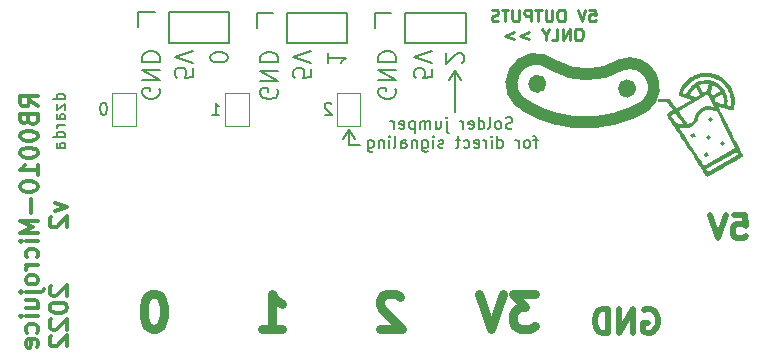
<source format=gbo>
G04 #@! TF.GenerationSoftware,KiCad,Pcbnew,(6.0.5)*
G04 #@! TF.CreationDate,2022-06-23T18:32:15+02:00*
G04 #@! TF.ProjectId,microjuice,6d696372-6f6a-4756-9963-652e6b696361,rev?*
G04 #@! TF.SameCoordinates,Original*
G04 #@! TF.FileFunction,Legend,Bot*
G04 #@! TF.FilePolarity,Positive*
%FSLAX46Y46*%
G04 Gerber Fmt 4.6, Leading zero omitted, Abs format (unit mm)*
G04 Created by KiCad (PCBNEW (6.0.5)) date 2022-06-23 18:32:15*
%MOMM*%
%LPD*%
G01*
G04 APERTURE LIST*
%ADD10C,0.800000*%
%ADD11C,0.150000*%
%ADD12C,1.000000*%
%ADD13C,0.300000*%
%ADD14C,0.200000*%
%ADD15C,0.750000*%
%ADD16C,0.250000*%
%ADD17C,0.500000*%
%ADD18C,0.120000*%
G04 APERTURE END LIST*
D10*
X134871960Y-107329197D02*
G75*
G03*
X134871960Y-107329197I-400000J0D01*
G01*
D11*
X118500000Y-111250000D02*
X118000000Y-112000000D01*
D12*
X135671952Y-105679207D02*
G75*
G03*
X133671960Y-109279197I-1305892J-1630053D01*
G01*
D11*
X120700000Y-101300000D02*
X120700000Y-102600000D01*
X100700000Y-101250000D02*
X100700000Y-102550000D01*
X118500000Y-112500000D02*
X118500000Y-111250000D01*
X108400000Y-103850000D02*
X103300000Y-103850000D01*
X113300000Y-101300000D02*
X113300000Y-103900000D01*
D10*
X142471960Y-107729197D02*
G75*
G03*
X142471960Y-107729197I-400000J0D01*
G01*
D12*
X143572018Y-109229269D02*
G75*
G03*
X141571960Y-105729197I-1283118J1588269D01*
G01*
D11*
X103300000Y-101250000D02*
X103300000Y-103850000D01*
X128400000Y-101300000D02*
X123300000Y-101300000D01*
X127500000Y-106250000D02*
X127000000Y-107000000D01*
X108400000Y-101250000D02*
X108400000Y-103850000D01*
D12*
X135871961Y-105779196D02*
G75*
G03*
X141571960Y-105729197I2808339J4774396D01*
G01*
D11*
X122100000Y-101300000D02*
X120700000Y-101300000D01*
X118400000Y-103900000D02*
X113300000Y-103900000D01*
X123300000Y-101300000D02*
X123300000Y-103900000D01*
X128400000Y-103900000D02*
X123300000Y-103900000D01*
X127500000Y-109750000D02*
X127500000Y-106250000D01*
X102100000Y-101250000D02*
X100700000Y-101250000D01*
X119500000Y-112500000D02*
X118500000Y-112500000D01*
X118400000Y-101300000D02*
X113300000Y-101300000D01*
D12*
X133571936Y-109279239D02*
G75*
G03*
X143571960Y-109229197I4957264J8567439D01*
G01*
D11*
X108400000Y-101250000D02*
X103300000Y-101250000D01*
X118400000Y-101300000D02*
X118400000Y-103900000D01*
X110700000Y-101300000D02*
X110700000Y-102600000D01*
X128400000Y-101300000D02*
X128400000Y-103900000D01*
X112100000Y-101300000D02*
X110700000Y-101300000D01*
X127500000Y-106250000D02*
X128000000Y-107000000D01*
X118500000Y-111250000D02*
X119000000Y-112000000D01*
D13*
X93321428Y-124428571D02*
X93250000Y-124500000D01*
X93178571Y-124642857D01*
X93178571Y-125000000D01*
X93250000Y-125142857D01*
X93321428Y-125214285D01*
X93464285Y-125285714D01*
X93607142Y-125285714D01*
X93821428Y-125214285D01*
X94678571Y-124357142D01*
X94678571Y-125285714D01*
X93178571Y-126214285D02*
X93178571Y-126357142D01*
X93250000Y-126500000D01*
X93321428Y-126571428D01*
X93464285Y-126642857D01*
X93750000Y-126714285D01*
X94107142Y-126714285D01*
X94392857Y-126642857D01*
X94535714Y-126571428D01*
X94607142Y-126500000D01*
X94678571Y-126357142D01*
X94678571Y-126214285D01*
X94607142Y-126071428D01*
X94535714Y-126000000D01*
X94392857Y-125928571D01*
X94107142Y-125857142D01*
X93750000Y-125857142D01*
X93464285Y-125928571D01*
X93321428Y-126000000D01*
X93250000Y-126071428D01*
X93178571Y-126214285D01*
X93321428Y-127285714D02*
X93250000Y-127357142D01*
X93178571Y-127500000D01*
X93178571Y-127857142D01*
X93250000Y-128000000D01*
X93321428Y-128071428D01*
X93464285Y-128142857D01*
X93607142Y-128142857D01*
X93821428Y-128071428D01*
X94678571Y-127214285D01*
X94678571Y-128142857D01*
X93321428Y-128714285D02*
X93250000Y-128785714D01*
X93178571Y-128928571D01*
X93178571Y-129285714D01*
X93250000Y-129428571D01*
X93321428Y-129500000D01*
X93464285Y-129571428D01*
X93607142Y-129571428D01*
X93821428Y-129500000D01*
X94678571Y-128642857D01*
X94678571Y-129571428D01*
D14*
X122450000Y-107742857D02*
X122521428Y-107885714D01*
X122521428Y-108100000D01*
X122450000Y-108314285D01*
X122307142Y-108457142D01*
X122164285Y-108528571D01*
X121878571Y-108600000D01*
X121664285Y-108600000D01*
X121378571Y-108528571D01*
X121235714Y-108457142D01*
X121092857Y-108314285D01*
X121021428Y-108100000D01*
X121021428Y-107957142D01*
X121092857Y-107742857D01*
X121164285Y-107671428D01*
X121664285Y-107671428D01*
X121664285Y-107957142D01*
X121021428Y-107028571D02*
X122521428Y-107028571D01*
X121021428Y-106171428D01*
X122521428Y-106171428D01*
X121021428Y-105457142D02*
X122521428Y-105457142D01*
X122521428Y-105100000D01*
X122450000Y-104885714D01*
X122307142Y-104742857D01*
X122164285Y-104671428D01*
X121878571Y-104600000D01*
X121664285Y-104600000D01*
X121378571Y-104671428D01*
X121235714Y-104742857D01*
X121092857Y-104885714D01*
X121021428Y-105100000D01*
X121021428Y-105457142D01*
D15*
X122857142Y-125392857D02*
X122714285Y-125250000D01*
X122428571Y-125107142D01*
X121714285Y-125107142D01*
X121428571Y-125250000D01*
X121285714Y-125392857D01*
X121142857Y-125678571D01*
X121142857Y-125964285D01*
X121285714Y-126392857D01*
X123000000Y-128107142D01*
X121142857Y-128107142D01*
D16*
X138880952Y-101047380D02*
X139357142Y-101047380D01*
X139404761Y-101523571D01*
X139357142Y-101475952D01*
X139261904Y-101428333D01*
X139023809Y-101428333D01*
X138928571Y-101475952D01*
X138880952Y-101523571D01*
X138833333Y-101618809D01*
X138833333Y-101856904D01*
X138880952Y-101952142D01*
X138928571Y-101999761D01*
X139023809Y-102047380D01*
X139261904Y-102047380D01*
X139357142Y-101999761D01*
X139404761Y-101952142D01*
X138547619Y-101047380D02*
X138214285Y-102047380D01*
X137880952Y-101047380D01*
X136595238Y-101047380D02*
X136404761Y-101047380D01*
X136309523Y-101095000D01*
X136214285Y-101190238D01*
X136166666Y-101380714D01*
X136166666Y-101714047D01*
X136214285Y-101904523D01*
X136309523Y-101999761D01*
X136404761Y-102047380D01*
X136595238Y-102047380D01*
X136690476Y-101999761D01*
X136785714Y-101904523D01*
X136833333Y-101714047D01*
X136833333Y-101380714D01*
X136785714Y-101190238D01*
X136690476Y-101095000D01*
X136595238Y-101047380D01*
X135738095Y-101047380D02*
X135738095Y-101856904D01*
X135690476Y-101952142D01*
X135642857Y-101999761D01*
X135547619Y-102047380D01*
X135357142Y-102047380D01*
X135261904Y-101999761D01*
X135214285Y-101952142D01*
X135166666Y-101856904D01*
X135166666Y-101047380D01*
X134833333Y-101047380D02*
X134261904Y-101047380D01*
X134547619Y-102047380D02*
X134547619Y-101047380D01*
X133928571Y-102047380D02*
X133928571Y-101047380D01*
X133547619Y-101047380D01*
X133452380Y-101095000D01*
X133404761Y-101142619D01*
X133357142Y-101237857D01*
X133357142Y-101380714D01*
X133404761Y-101475952D01*
X133452380Y-101523571D01*
X133547619Y-101571190D01*
X133928571Y-101571190D01*
X132928571Y-101047380D02*
X132928571Y-101856904D01*
X132880952Y-101952142D01*
X132833333Y-101999761D01*
X132738095Y-102047380D01*
X132547619Y-102047380D01*
X132452380Y-101999761D01*
X132404761Y-101952142D01*
X132357142Y-101856904D01*
X132357142Y-101047380D01*
X132023809Y-101047380D02*
X131452380Y-101047380D01*
X131738095Y-102047380D02*
X131738095Y-101047380D01*
X131166666Y-101999761D02*
X131023809Y-102047380D01*
X130785714Y-102047380D01*
X130690476Y-101999761D01*
X130642857Y-101952142D01*
X130595238Y-101856904D01*
X130595238Y-101761666D01*
X130642857Y-101666428D01*
X130690476Y-101618809D01*
X130785714Y-101571190D01*
X130976190Y-101523571D01*
X131071428Y-101475952D01*
X131119047Y-101428333D01*
X131166666Y-101333095D01*
X131166666Y-101237857D01*
X131119047Y-101142619D01*
X131071428Y-101095000D01*
X130976190Y-101047380D01*
X130738095Y-101047380D01*
X130595238Y-101095000D01*
X138071428Y-102657380D02*
X137880952Y-102657380D01*
X137785714Y-102705000D01*
X137690476Y-102800238D01*
X137642857Y-102990714D01*
X137642857Y-103324047D01*
X137690476Y-103514523D01*
X137785714Y-103609761D01*
X137880952Y-103657380D01*
X138071428Y-103657380D01*
X138166666Y-103609761D01*
X138261904Y-103514523D01*
X138309523Y-103324047D01*
X138309523Y-102990714D01*
X138261904Y-102800238D01*
X138166666Y-102705000D01*
X138071428Y-102657380D01*
X137214285Y-103657380D02*
X137214285Y-102657380D01*
X136642857Y-103657380D01*
X136642857Y-102657380D01*
X135690476Y-103657380D02*
X136166666Y-103657380D01*
X136166666Y-102657380D01*
X135166666Y-103181190D02*
X135166666Y-103657380D01*
X135500000Y-102657380D02*
X135166666Y-103181190D01*
X134833333Y-102657380D01*
X133738095Y-102990714D02*
X132976190Y-103276428D01*
X133738095Y-103562142D01*
X132500000Y-102990714D02*
X131738095Y-103276428D01*
X132500000Y-103562142D01*
D17*
X143523809Y-126500000D02*
X143714285Y-126404761D01*
X144000000Y-126404761D01*
X144285714Y-126500000D01*
X144476190Y-126690476D01*
X144571428Y-126880952D01*
X144666666Y-127261904D01*
X144666666Y-127547619D01*
X144571428Y-127928571D01*
X144476190Y-128119047D01*
X144285714Y-128309523D01*
X144000000Y-128404761D01*
X143809523Y-128404761D01*
X143523809Y-128309523D01*
X143428571Y-128214285D01*
X143428571Y-127547619D01*
X143809523Y-127547619D01*
X142571428Y-128404761D02*
X142571428Y-126404761D01*
X141428571Y-128404761D01*
X141428571Y-126404761D01*
X140476190Y-128404761D02*
X140476190Y-126404761D01*
X140000000Y-126404761D01*
X139714285Y-126500000D01*
X139523809Y-126690476D01*
X139428571Y-126880952D01*
X139333333Y-127261904D01*
X139333333Y-127547619D01*
X139428571Y-127928571D01*
X139523809Y-128119047D01*
X139714285Y-128309523D01*
X140000000Y-128404761D01*
X140476190Y-128404761D01*
D14*
X112450000Y-107792857D02*
X112521428Y-107935714D01*
X112521428Y-108150000D01*
X112450000Y-108364285D01*
X112307142Y-108507142D01*
X112164285Y-108578571D01*
X111878571Y-108650000D01*
X111664285Y-108650000D01*
X111378571Y-108578571D01*
X111235714Y-108507142D01*
X111092857Y-108364285D01*
X111021428Y-108150000D01*
X111021428Y-108007142D01*
X111092857Y-107792857D01*
X111164285Y-107721428D01*
X111664285Y-107721428D01*
X111664285Y-108007142D01*
X111021428Y-107078571D02*
X112521428Y-107078571D01*
X111021428Y-106221428D01*
X112521428Y-106221428D01*
X111021428Y-105507142D02*
X112521428Y-105507142D01*
X112521428Y-105150000D01*
X112450000Y-104935714D01*
X112307142Y-104792857D01*
X112164285Y-104721428D01*
X111878571Y-104650000D01*
X111664285Y-104650000D01*
X111378571Y-104721428D01*
X111235714Y-104792857D01*
X111092857Y-104935714D01*
X111021428Y-105150000D01*
X111021428Y-105507142D01*
X115321428Y-106085714D02*
X115321428Y-106800000D01*
X114607142Y-106871428D01*
X114678571Y-106800000D01*
X114750000Y-106657142D01*
X114750000Y-106300000D01*
X114678571Y-106157142D01*
X114607142Y-106085714D01*
X114464285Y-106014285D01*
X114107142Y-106014285D01*
X113964285Y-106085714D01*
X113892857Y-106157142D01*
X113821428Y-106300000D01*
X113821428Y-106657142D01*
X113892857Y-106800000D01*
X113964285Y-106871428D01*
X115321428Y-105585714D02*
X113821428Y-105085714D01*
X115321428Y-104585714D01*
D15*
X134285714Y-125107142D02*
X132428571Y-125107142D01*
X133428571Y-126250000D01*
X133000000Y-126250000D01*
X132714285Y-126392857D01*
X132571428Y-126535714D01*
X132428571Y-126821428D01*
X132428571Y-127535714D01*
X132571428Y-127821428D01*
X132714285Y-127964285D01*
X133000000Y-128107142D01*
X133857142Y-128107142D01*
X134142857Y-127964285D01*
X134285714Y-127821428D01*
X131571428Y-125107142D02*
X130571428Y-128107142D01*
X129571428Y-125107142D01*
D14*
X94452380Y-108642857D02*
X93452380Y-108642857D01*
X94404761Y-108642857D02*
X94452380Y-108547619D01*
X94452380Y-108357142D01*
X94404761Y-108261904D01*
X94357142Y-108214285D01*
X94261904Y-108166666D01*
X93976190Y-108166666D01*
X93880952Y-108214285D01*
X93833333Y-108261904D01*
X93785714Y-108357142D01*
X93785714Y-108547619D01*
X93833333Y-108642857D01*
X93785714Y-109023809D02*
X93785714Y-109547619D01*
X94452380Y-109023809D01*
X94452380Y-109547619D01*
X94452380Y-110357142D02*
X93928571Y-110357142D01*
X93833333Y-110309523D01*
X93785714Y-110214285D01*
X93785714Y-110023809D01*
X93833333Y-109928571D01*
X94404761Y-110357142D02*
X94452380Y-110261904D01*
X94452380Y-110023809D01*
X94404761Y-109928571D01*
X94309523Y-109880952D01*
X94214285Y-109880952D01*
X94119047Y-109928571D01*
X94071428Y-110023809D01*
X94071428Y-110261904D01*
X94023809Y-110357142D01*
X94452380Y-110833333D02*
X93785714Y-110833333D01*
X93976190Y-110833333D02*
X93880952Y-110880952D01*
X93833333Y-110928571D01*
X93785714Y-111023809D01*
X93785714Y-111119047D01*
X94452380Y-111880952D02*
X93452380Y-111880952D01*
X94404761Y-111880952D02*
X94452380Y-111785714D01*
X94452380Y-111595238D01*
X94404761Y-111500000D01*
X94357142Y-111452380D01*
X94261904Y-111404761D01*
X93976190Y-111404761D01*
X93880952Y-111452380D01*
X93833333Y-111500000D01*
X93785714Y-111595238D01*
X93785714Y-111785714D01*
X93833333Y-111880952D01*
X94452380Y-112785714D02*
X93928571Y-112785714D01*
X93833333Y-112738095D01*
X93785714Y-112642857D01*
X93785714Y-112452380D01*
X93833333Y-112357142D01*
X94404761Y-112785714D02*
X94452380Y-112690476D01*
X94452380Y-112452380D01*
X94404761Y-112357142D01*
X94309523Y-112309523D01*
X94214285Y-112309523D01*
X94119047Y-112357142D01*
X94071428Y-112452380D01*
X94071428Y-112690476D01*
X94023809Y-112785714D01*
D11*
X97797619Y-108952380D02*
X97702380Y-108952380D01*
X97607142Y-109000000D01*
X97559523Y-109047619D01*
X97511904Y-109142857D01*
X97464285Y-109333333D01*
X97464285Y-109571428D01*
X97511904Y-109761904D01*
X97559523Y-109857142D01*
X97607142Y-109904761D01*
X97702380Y-109952380D01*
X97797619Y-109952380D01*
X97892857Y-109904761D01*
X97940476Y-109857142D01*
X97988095Y-109761904D01*
X98035714Y-109571428D01*
X98035714Y-109333333D01*
X97988095Y-109142857D01*
X97940476Y-109047619D01*
X97892857Y-109000000D01*
X97797619Y-108952380D01*
D14*
X102450000Y-107742857D02*
X102521428Y-107885714D01*
X102521428Y-108100000D01*
X102450000Y-108314285D01*
X102307142Y-108457142D01*
X102164285Y-108528571D01*
X101878571Y-108600000D01*
X101664285Y-108600000D01*
X101378571Y-108528571D01*
X101235714Y-108457142D01*
X101092857Y-108314285D01*
X101021428Y-108100000D01*
X101021428Y-107957142D01*
X101092857Y-107742857D01*
X101164285Y-107671428D01*
X101664285Y-107671428D01*
X101664285Y-107957142D01*
X101021428Y-107028571D02*
X102521428Y-107028571D01*
X101021428Y-106171428D01*
X102521428Y-106171428D01*
X101021428Y-105457142D02*
X102521428Y-105457142D01*
X102521428Y-105100000D01*
X102450000Y-104885714D01*
X102307142Y-104742857D01*
X102164285Y-104671428D01*
X101878571Y-104600000D01*
X101664285Y-104600000D01*
X101378571Y-104671428D01*
X101235714Y-104742857D01*
X101092857Y-104885714D01*
X101021428Y-105100000D01*
X101021428Y-105457142D01*
D15*
X102142857Y-125107142D02*
X101857142Y-125107142D01*
X101571428Y-125250000D01*
X101428571Y-125392857D01*
X101285714Y-125678571D01*
X101142857Y-126250000D01*
X101142857Y-126964285D01*
X101285714Y-127535714D01*
X101428571Y-127821428D01*
X101571428Y-127964285D01*
X101857142Y-128107142D01*
X102142857Y-128107142D01*
X102428571Y-127964285D01*
X102571428Y-127821428D01*
X102714285Y-127535714D01*
X102857142Y-126964285D01*
X102857142Y-126250000D01*
X102714285Y-125678571D01*
X102571428Y-125392857D01*
X102428571Y-125250000D01*
X102142857Y-125107142D01*
D14*
X128128571Y-105578571D02*
X128200000Y-105507142D01*
X128271428Y-105364285D01*
X128271428Y-105007142D01*
X128200000Y-104864285D01*
X128128571Y-104792857D01*
X127985714Y-104721428D01*
X127842857Y-104721428D01*
X127628571Y-104792857D01*
X126771428Y-105650000D01*
X126771428Y-104721428D01*
X125521428Y-106085714D02*
X125521428Y-106800000D01*
X124807142Y-106871428D01*
X124878571Y-106800000D01*
X124950000Y-106657142D01*
X124950000Y-106300000D01*
X124878571Y-106157142D01*
X124807142Y-106085714D01*
X124664285Y-106014285D01*
X124307142Y-106014285D01*
X124164285Y-106085714D01*
X124092857Y-106157142D01*
X124021428Y-106300000D01*
X124021428Y-106657142D01*
X124092857Y-106800000D01*
X124164285Y-106871428D01*
X125521428Y-105585714D02*
X124021428Y-105085714D01*
X125521428Y-104585714D01*
D11*
X132369047Y-111099761D02*
X132226190Y-111147380D01*
X131988095Y-111147380D01*
X131892857Y-111099761D01*
X131845238Y-111052142D01*
X131797619Y-110956904D01*
X131797619Y-110861666D01*
X131845238Y-110766428D01*
X131892857Y-110718809D01*
X131988095Y-110671190D01*
X132178571Y-110623571D01*
X132273809Y-110575952D01*
X132321428Y-110528333D01*
X132369047Y-110433095D01*
X132369047Y-110337857D01*
X132321428Y-110242619D01*
X132273809Y-110195000D01*
X132178571Y-110147380D01*
X131940476Y-110147380D01*
X131797619Y-110195000D01*
X131226190Y-111147380D02*
X131321428Y-111099761D01*
X131369047Y-111052142D01*
X131416666Y-110956904D01*
X131416666Y-110671190D01*
X131369047Y-110575952D01*
X131321428Y-110528333D01*
X131226190Y-110480714D01*
X131083333Y-110480714D01*
X130988095Y-110528333D01*
X130940476Y-110575952D01*
X130892857Y-110671190D01*
X130892857Y-110956904D01*
X130940476Y-111052142D01*
X130988095Y-111099761D01*
X131083333Y-111147380D01*
X131226190Y-111147380D01*
X130321428Y-111147380D02*
X130416666Y-111099761D01*
X130464285Y-111004523D01*
X130464285Y-110147380D01*
X129511904Y-111147380D02*
X129511904Y-110147380D01*
X129511904Y-111099761D02*
X129607142Y-111147380D01*
X129797619Y-111147380D01*
X129892857Y-111099761D01*
X129940476Y-111052142D01*
X129988095Y-110956904D01*
X129988095Y-110671190D01*
X129940476Y-110575952D01*
X129892857Y-110528333D01*
X129797619Y-110480714D01*
X129607142Y-110480714D01*
X129511904Y-110528333D01*
X128654761Y-111099761D02*
X128750000Y-111147380D01*
X128940476Y-111147380D01*
X129035714Y-111099761D01*
X129083333Y-111004523D01*
X129083333Y-110623571D01*
X129035714Y-110528333D01*
X128940476Y-110480714D01*
X128750000Y-110480714D01*
X128654761Y-110528333D01*
X128607142Y-110623571D01*
X128607142Y-110718809D01*
X129083333Y-110814047D01*
X128178571Y-111147380D02*
X128178571Y-110480714D01*
X128178571Y-110671190D02*
X128130952Y-110575952D01*
X128083333Y-110528333D01*
X127988095Y-110480714D01*
X127892857Y-110480714D01*
X126797619Y-110480714D02*
X126797619Y-111337857D01*
X126845238Y-111433095D01*
X126940476Y-111480714D01*
X126988095Y-111480714D01*
X126797619Y-110147380D02*
X126845238Y-110195000D01*
X126797619Y-110242619D01*
X126750000Y-110195000D01*
X126797619Y-110147380D01*
X126797619Y-110242619D01*
X125892857Y-110480714D02*
X125892857Y-111147380D01*
X126321428Y-110480714D02*
X126321428Y-111004523D01*
X126273809Y-111099761D01*
X126178571Y-111147380D01*
X126035714Y-111147380D01*
X125940476Y-111099761D01*
X125892857Y-111052142D01*
X125416666Y-111147380D02*
X125416666Y-110480714D01*
X125416666Y-110575952D02*
X125369047Y-110528333D01*
X125273809Y-110480714D01*
X125130952Y-110480714D01*
X125035714Y-110528333D01*
X124988095Y-110623571D01*
X124988095Y-111147380D01*
X124988095Y-110623571D02*
X124940476Y-110528333D01*
X124845238Y-110480714D01*
X124702380Y-110480714D01*
X124607142Y-110528333D01*
X124559523Y-110623571D01*
X124559523Y-111147380D01*
X124083333Y-110480714D02*
X124083333Y-111480714D01*
X124083333Y-110528333D02*
X123988095Y-110480714D01*
X123797619Y-110480714D01*
X123702380Y-110528333D01*
X123654761Y-110575952D01*
X123607142Y-110671190D01*
X123607142Y-110956904D01*
X123654761Y-111052142D01*
X123702380Y-111099761D01*
X123797619Y-111147380D01*
X123988095Y-111147380D01*
X124083333Y-111099761D01*
X122797619Y-111099761D02*
X122892857Y-111147380D01*
X123083333Y-111147380D01*
X123178571Y-111099761D01*
X123226190Y-111004523D01*
X123226190Y-110623571D01*
X123178571Y-110528333D01*
X123083333Y-110480714D01*
X122892857Y-110480714D01*
X122797619Y-110528333D01*
X122750000Y-110623571D01*
X122750000Y-110718809D01*
X123226190Y-110814047D01*
X122321428Y-111147380D02*
X122321428Y-110480714D01*
X122321428Y-110671190D02*
X122273809Y-110575952D01*
X122226190Y-110528333D01*
X122130952Y-110480714D01*
X122035714Y-110480714D01*
X134511904Y-112090714D02*
X134130952Y-112090714D01*
X134369047Y-112757380D02*
X134369047Y-111900238D01*
X134321428Y-111805000D01*
X134226190Y-111757380D01*
X134130952Y-111757380D01*
X133654761Y-112757380D02*
X133750000Y-112709761D01*
X133797619Y-112662142D01*
X133845238Y-112566904D01*
X133845238Y-112281190D01*
X133797619Y-112185952D01*
X133750000Y-112138333D01*
X133654761Y-112090714D01*
X133511904Y-112090714D01*
X133416666Y-112138333D01*
X133369047Y-112185952D01*
X133321428Y-112281190D01*
X133321428Y-112566904D01*
X133369047Y-112662142D01*
X133416666Y-112709761D01*
X133511904Y-112757380D01*
X133654761Y-112757380D01*
X132892857Y-112757380D02*
X132892857Y-112090714D01*
X132892857Y-112281190D02*
X132845238Y-112185952D01*
X132797619Y-112138333D01*
X132702380Y-112090714D01*
X132607142Y-112090714D01*
X131083333Y-112757380D02*
X131083333Y-111757380D01*
X131083333Y-112709761D02*
X131178571Y-112757380D01*
X131369047Y-112757380D01*
X131464285Y-112709761D01*
X131511904Y-112662142D01*
X131559523Y-112566904D01*
X131559523Y-112281190D01*
X131511904Y-112185952D01*
X131464285Y-112138333D01*
X131369047Y-112090714D01*
X131178571Y-112090714D01*
X131083333Y-112138333D01*
X130607142Y-112757380D02*
X130607142Y-112090714D01*
X130607142Y-111757380D02*
X130654761Y-111805000D01*
X130607142Y-111852619D01*
X130559523Y-111805000D01*
X130607142Y-111757380D01*
X130607142Y-111852619D01*
X130130952Y-112757380D02*
X130130952Y-112090714D01*
X130130952Y-112281190D02*
X130083333Y-112185952D01*
X130035714Y-112138333D01*
X129940476Y-112090714D01*
X129845238Y-112090714D01*
X129130952Y-112709761D02*
X129226190Y-112757380D01*
X129416666Y-112757380D01*
X129511904Y-112709761D01*
X129559523Y-112614523D01*
X129559523Y-112233571D01*
X129511904Y-112138333D01*
X129416666Y-112090714D01*
X129226190Y-112090714D01*
X129130952Y-112138333D01*
X129083333Y-112233571D01*
X129083333Y-112328809D01*
X129559523Y-112424047D01*
X128226190Y-112709761D02*
X128321428Y-112757380D01*
X128511904Y-112757380D01*
X128607142Y-112709761D01*
X128654761Y-112662142D01*
X128702380Y-112566904D01*
X128702380Y-112281190D01*
X128654761Y-112185952D01*
X128607142Y-112138333D01*
X128511904Y-112090714D01*
X128321428Y-112090714D01*
X128226190Y-112138333D01*
X127940476Y-112090714D02*
X127559523Y-112090714D01*
X127797619Y-111757380D02*
X127797619Y-112614523D01*
X127750000Y-112709761D01*
X127654761Y-112757380D01*
X127559523Y-112757380D01*
X126511904Y-112709761D02*
X126416666Y-112757380D01*
X126226190Y-112757380D01*
X126130952Y-112709761D01*
X126083333Y-112614523D01*
X126083333Y-112566904D01*
X126130952Y-112471666D01*
X126226190Y-112424047D01*
X126369047Y-112424047D01*
X126464285Y-112376428D01*
X126511904Y-112281190D01*
X126511904Y-112233571D01*
X126464285Y-112138333D01*
X126369047Y-112090714D01*
X126226190Y-112090714D01*
X126130952Y-112138333D01*
X125654761Y-112757380D02*
X125654761Y-112090714D01*
X125654761Y-111757380D02*
X125702380Y-111805000D01*
X125654761Y-111852619D01*
X125607142Y-111805000D01*
X125654761Y-111757380D01*
X125654761Y-111852619D01*
X124750000Y-112090714D02*
X124750000Y-112900238D01*
X124797619Y-112995476D01*
X124845238Y-113043095D01*
X124940476Y-113090714D01*
X125083333Y-113090714D01*
X125178571Y-113043095D01*
X124750000Y-112709761D02*
X124845238Y-112757380D01*
X125035714Y-112757380D01*
X125130952Y-112709761D01*
X125178571Y-112662142D01*
X125226190Y-112566904D01*
X125226190Y-112281190D01*
X125178571Y-112185952D01*
X125130952Y-112138333D01*
X125035714Y-112090714D01*
X124845238Y-112090714D01*
X124750000Y-112138333D01*
X124273809Y-112090714D02*
X124273809Y-112757380D01*
X124273809Y-112185952D02*
X124226190Y-112138333D01*
X124130952Y-112090714D01*
X123988095Y-112090714D01*
X123892857Y-112138333D01*
X123845238Y-112233571D01*
X123845238Y-112757380D01*
X122940476Y-112757380D02*
X122940476Y-112233571D01*
X122988095Y-112138333D01*
X123083333Y-112090714D01*
X123273809Y-112090714D01*
X123369047Y-112138333D01*
X122940476Y-112709761D02*
X123035714Y-112757380D01*
X123273809Y-112757380D01*
X123369047Y-112709761D01*
X123416666Y-112614523D01*
X123416666Y-112519285D01*
X123369047Y-112424047D01*
X123273809Y-112376428D01*
X123035714Y-112376428D01*
X122940476Y-112328809D01*
X122321428Y-112757380D02*
X122416666Y-112709761D01*
X122464285Y-112614523D01*
X122464285Y-111757380D01*
X121940476Y-112757380D02*
X121940476Y-112090714D01*
X121940476Y-111757380D02*
X121988095Y-111805000D01*
X121940476Y-111852619D01*
X121892857Y-111805000D01*
X121940476Y-111757380D01*
X121940476Y-111852619D01*
X121464285Y-112090714D02*
X121464285Y-112757380D01*
X121464285Y-112185952D02*
X121416666Y-112138333D01*
X121321428Y-112090714D01*
X121178571Y-112090714D01*
X121083333Y-112138333D01*
X121035714Y-112233571D01*
X121035714Y-112757380D01*
X120130952Y-112090714D02*
X120130952Y-112900238D01*
X120178571Y-112995476D01*
X120226190Y-113043095D01*
X120321428Y-113090714D01*
X120464285Y-113090714D01*
X120559523Y-113043095D01*
X120130952Y-112709761D02*
X120226190Y-112757380D01*
X120416666Y-112757380D01*
X120511904Y-112709761D01*
X120559523Y-112662142D01*
X120607142Y-112566904D01*
X120607142Y-112281190D01*
X120559523Y-112185952D01*
X120511904Y-112138333D01*
X120416666Y-112090714D01*
X120226190Y-112090714D01*
X120130952Y-112138333D01*
D17*
X151130952Y-118404761D02*
X152083333Y-118404761D01*
X152178571Y-119357142D01*
X152083333Y-119261904D01*
X151892857Y-119166666D01*
X151416666Y-119166666D01*
X151226190Y-119261904D01*
X151130952Y-119357142D01*
X151035714Y-119547619D01*
X151035714Y-120023809D01*
X151130952Y-120214285D01*
X151226190Y-120309523D01*
X151416666Y-120404761D01*
X151892857Y-120404761D01*
X152083333Y-120309523D01*
X152178571Y-120214285D01*
X150464285Y-118404761D02*
X149797619Y-120404761D01*
X149130952Y-118404761D01*
D13*
X93678571Y-117428571D02*
X94678571Y-117785714D01*
X93678571Y-118142857D01*
X93321428Y-118642857D02*
X93250000Y-118714285D01*
X93178571Y-118857142D01*
X93178571Y-119214285D01*
X93250000Y-119357142D01*
X93321428Y-119428571D01*
X93464285Y-119500000D01*
X93607142Y-119500000D01*
X93821428Y-119428571D01*
X94678571Y-118571428D01*
X94678571Y-119500000D01*
D14*
X105321428Y-106035714D02*
X105321428Y-106750000D01*
X104607142Y-106821428D01*
X104678571Y-106750000D01*
X104750000Y-106607142D01*
X104750000Y-106250000D01*
X104678571Y-106107142D01*
X104607142Y-106035714D01*
X104464285Y-105964285D01*
X104107142Y-105964285D01*
X103964285Y-106035714D01*
X103892857Y-106107142D01*
X103821428Y-106250000D01*
X103821428Y-106607142D01*
X103892857Y-106750000D01*
X103964285Y-106821428D01*
X105321428Y-105535714D02*
X103821428Y-105035714D01*
X105321428Y-104535714D01*
D13*
X92178571Y-109250000D02*
X91464285Y-108750000D01*
X92178571Y-108392857D02*
X90678571Y-108392857D01*
X90678571Y-108964285D01*
X90750000Y-109107142D01*
X90821428Y-109178571D01*
X90964285Y-109250000D01*
X91178571Y-109250000D01*
X91321428Y-109178571D01*
X91392857Y-109107142D01*
X91464285Y-108964285D01*
X91464285Y-108392857D01*
X91392857Y-110392857D02*
X91464285Y-110607142D01*
X91535714Y-110678571D01*
X91678571Y-110750000D01*
X91892857Y-110750000D01*
X92035714Y-110678571D01*
X92107142Y-110607142D01*
X92178571Y-110464285D01*
X92178571Y-109892857D01*
X90678571Y-109892857D01*
X90678571Y-110392857D01*
X90750000Y-110535714D01*
X90821428Y-110607142D01*
X90964285Y-110678571D01*
X91107142Y-110678571D01*
X91250000Y-110607142D01*
X91321428Y-110535714D01*
X91392857Y-110392857D01*
X91392857Y-109892857D01*
X90678571Y-111678571D02*
X90678571Y-111821428D01*
X90750000Y-111964285D01*
X90821428Y-112035714D01*
X90964285Y-112107142D01*
X91250000Y-112178571D01*
X91607142Y-112178571D01*
X91892857Y-112107142D01*
X92035714Y-112035714D01*
X92107142Y-111964285D01*
X92178571Y-111821428D01*
X92178571Y-111678571D01*
X92107142Y-111535714D01*
X92035714Y-111464285D01*
X91892857Y-111392857D01*
X91607142Y-111321428D01*
X91250000Y-111321428D01*
X90964285Y-111392857D01*
X90821428Y-111464285D01*
X90750000Y-111535714D01*
X90678571Y-111678571D01*
X90678571Y-113107142D02*
X90678571Y-113250000D01*
X90750000Y-113392857D01*
X90821428Y-113464285D01*
X90964285Y-113535714D01*
X91250000Y-113607142D01*
X91607142Y-113607142D01*
X91892857Y-113535714D01*
X92035714Y-113464285D01*
X92107142Y-113392857D01*
X92178571Y-113250000D01*
X92178571Y-113107142D01*
X92107142Y-112964285D01*
X92035714Y-112892857D01*
X91892857Y-112821428D01*
X91607142Y-112750000D01*
X91250000Y-112750000D01*
X90964285Y-112821428D01*
X90821428Y-112892857D01*
X90750000Y-112964285D01*
X90678571Y-113107142D01*
X92178571Y-115035714D02*
X92178571Y-114178571D01*
X92178571Y-114607142D02*
X90678571Y-114607142D01*
X90892857Y-114464285D01*
X91035714Y-114321428D01*
X91107142Y-114178571D01*
X90678571Y-115964285D02*
X90678571Y-116107142D01*
X90750000Y-116250000D01*
X90821428Y-116321428D01*
X90964285Y-116392857D01*
X91250000Y-116464285D01*
X91607142Y-116464285D01*
X91892857Y-116392857D01*
X92035714Y-116321428D01*
X92107142Y-116250000D01*
X92178571Y-116107142D01*
X92178571Y-115964285D01*
X92107142Y-115821428D01*
X92035714Y-115750000D01*
X91892857Y-115678571D01*
X91607142Y-115607142D01*
X91250000Y-115607142D01*
X90964285Y-115678571D01*
X90821428Y-115750000D01*
X90750000Y-115821428D01*
X90678571Y-115964285D01*
X91607142Y-117107142D02*
X91607142Y-118250000D01*
X92178571Y-118964285D02*
X90678571Y-118964285D01*
X91750000Y-119464285D01*
X90678571Y-119964285D01*
X92178571Y-119964285D01*
X92178571Y-120678571D02*
X91178571Y-120678571D01*
X90678571Y-120678571D02*
X90750000Y-120607142D01*
X90821428Y-120678571D01*
X90750000Y-120750000D01*
X90678571Y-120678571D01*
X90821428Y-120678571D01*
X92107142Y-122035714D02*
X92178571Y-121892857D01*
X92178571Y-121607142D01*
X92107142Y-121464285D01*
X92035714Y-121392857D01*
X91892857Y-121321428D01*
X91464285Y-121321428D01*
X91321428Y-121392857D01*
X91250000Y-121464285D01*
X91178571Y-121607142D01*
X91178571Y-121892857D01*
X91250000Y-122035714D01*
X92178571Y-122678571D02*
X91178571Y-122678571D01*
X91464285Y-122678571D02*
X91321428Y-122750000D01*
X91250000Y-122821428D01*
X91178571Y-122964285D01*
X91178571Y-123107142D01*
X92178571Y-123821428D02*
X92107142Y-123678571D01*
X92035714Y-123607142D01*
X91892857Y-123535714D01*
X91464285Y-123535714D01*
X91321428Y-123607142D01*
X91250000Y-123678571D01*
X91178571Y-123821428D01*
X91178571Y-124035714D01*
X91250000Y-124178571D01*
X91321428Y-124250000D01*
X91464285Y-124321428D01*
X91892857Y-124321428D01*
X92035714Y-124250000D01*
X92107142Y-124178571D01*
X92178571Y-124035714D01*
X92178571Y-123821428D01*
X91178571Y-124964285D02*
X92464285Y-124964285D01*
X92607142Y-124892857D01*
X92678571Y-124750000D01*
X92678571Y-124678571D01*
X90678571Y-124964285D02*
X90750000Y-124892857D01*
X90821428Y-124964285D01*
X90750000Y-125035714D01*
X90678571Y-124964285D01*
X90821428Y-124964285D01*
X91178571Y-126321428D02*
X92178571Y-126321428D01*
X91178571Y-125678571D02*
X91964285Y-125678571D01*
X92107142Y-125750000D01*
X92178571Y-125892857D01*
X92178571Y-126107142D01*
X92107142Y-126250000D01*
X92035714Y-126321428D01*
X92178571Y-127035714D02*
X91178571Y-127035714D01*
X90678571Y-127035714D02*
X90750000Y-126964285D01*
X90821428Y-127035714D01*
X90750000Y-127107142D01*
X90678571Y-127035714D01*
X90821428Y-127035714D01*
X92107142Y-128392857D02*
X92178571Y-128250000D01*
X92178571Y-127964285D01*
X92107142Y-127821428D01*
X92035714Y-127750000D01*
X91892857Y-127678571D01*
X91464285Y-127678571D01*
X91321428Y-127750000D01*
X91250000Y-127821428D01*
X91178571Y-127964285D01*
X91178571Y-128250000D01*
X91250000Y-128392857D01*
X92107142Y-129607142D02*
X92178571Y-129464285D01*
X92178571Y-129178571D01*
X92107142Y-129035714D01*
X91964285Y-128964285D01*
X91392857Y-128964285D01*
X91250000Y-129035714D01*
X91178571Y-129178571D01*
X91178571Y-129464285D01*
X91250000Y-129607142D01*
X91392857Y-129678571D01*
X91535714Y-129678571D01*
X91678571Y-128964285D01*
D15*
X111142857Y-128107142D02*
X112857142Y-128107142D01*
X112000000Y-128107142D02*
X112000000Y-125107142D01*
X112285714Y-125535714D01*
X112571428Y-125821428D01*
X112857142Y-125964285D01*
D14*
X116771428Y-104721428D02*
X116771428Y-105578571D01*
X116771428Y-105150000D02*
X118271428Y-105150000D01*
X118057142Y-105292857D01*
X117914285Y-105435714D01*
X117842857Y-105578571D01*
X108271428Y-105171428D02*
X108271428Y-105028571D01*
X108200000Y-104885714D01*
X108128571Y-104814285D01*
X107985714Y-104742857D01*
X107700000Y-104671428D01*
X107342857Y-104671428D01*
X107057142Y-104742857D01*
X106914285Y-104814285D01*
X106842857Y-104885714D01*
X106771428Y-105028571D01*
X106771428Y-105171428D01*
X106842857Y-105314285D01*
X106914285Y-105385714D01*
X107057142Y-105457142D01*
X107342857Y-105528571D01*
X107700000Y-105528571D01*
X107985714Y-105457142D01*
X108128571Y-105385714D01*
X108200000Y-105314285D01*
X108271428Y-105171428D01*
D11*
X117035714Y-109047619D02*
X116988095Y-109000000D01*
X116892857Y-108952380D01*
X116654761Y-108952380D01*
X116559523Y-109000000D01*
X116511904Y-109047619D01*
X116464285Y-109142857D01*
X116464285Y-109238095D01*
X116511904Y-109380952D01*
X117083333Y-109952380D01*
X116464285Y-109952380D01*
X106964285Y-109952380D02*
X107535714Y-109952380D01*
X107250000Y-109952380D02*
X107250000Y-108952380D01*
X107345238Y-109095238D01*
X107440476Y-109190476D01*
X107535714Y-109238095D01*
D18*
G04 #@! TO.C,JP1*
X100500000Y-108100000D02*
X98500000Y-108100000D01*
X98500000Y-110900000D02*
X100500000Y-110900000D01*
X100500000Y-110900000D02*
X100500000Y-108100000D01*
X98500000Y-108100000D02*
X98500000Y-110900000D01*
G04 #@! TO.C,Gw*
G36*
X148982294Y-113418784D02*
G01*
X148711561Y-113575092D01*
X148555253Y-113304358D01*
X148825986Y-113148051D01*
X148982294Y-113418784D01*
G37*
G36*
X149140920Y-106430477D02*
G01*
X149407939Y-106489177D01*
X149522158Y-106523330D01*
X149766265Y-106615609D01*
X149990403Y-106729214D01*
X150197937Y-106865750D01*
X150334151Y-106974358D01*
X150528441Y-107160028D01*
X150699530Y-107363262D01*
X150846541Y-107581729D01*
X150878976Y-107643213D01*
X150968601Y-107813100D01*
X151064835Y-108055046D01*
X151134367Y-108305237D01*
X151176324Y-108561344D01*
X151189830Y-108821039D01*
X151174008Y-109081991D01*
X151127986Y-109341871D01*
X151116718Y-109388822D01*
X151100984Y-109449141D01*
X151087207Y-109488999D01*
X151072286Y-109514749D01*
X151053114Y-109532737D01*
X151026590Y-109549314D01*
X150966205Y-109584092D01*
X150383985Y-109428843D01*
X150354760Y-109421057D01*
X150227663Y-109387363D01*
X150111395Y-109356802D01*
X150009185Y-109330205D01*
X149924259Y-109308402D01*
X149859842Y-109292223D01*
X149819162Y-109282497D01*
X149805446Y-109280056D01*
X149805459Y-109280079D01*
X149813121Y-109295137D01*
X149834016Y-109336386D01*
X149867300Y-109402155D01*
X149912126Y-109490767D01*
X149929003Y-109524138D01*
X149967648Y-109600550D01*
X150033018Y-109729828D01*
X150107390Y-109876928D01*
X150189919Y-110040176D01*
X150279756Y-110217897D01*
X150376058Y-110408417D01*
X150477975Y-110610062D01*
X150584664Y-110821158D01*
X150695275Y-111040031D01*
X150804205Y-111255364D01*
X150931688Y-111506784D01*
X151052939Y-111745270D01*
X151167186Y-111969319D01*
X151273655Y-112177428D01*
X151371572Y-112368093D01*
X151460162Y-112539812D01*
X151538652Y-112691080D01*
X151606267Y-112820396D01*
X151662234Y-112926253D01*
X151705779Y-113007152D01*
X151736128Y-113061588D01*
X151749143Y-113084184D01*
X151795568Y-113166252D01*
X151805506Y-113183819D01*
X151846961Y-113261614D01*
X151874915Y-113321456D01*
X151890774Y-113367237D01*
X151895944Y-113402841D01*
X151891831Y-113432159D01*
X151879840Y-113459080D01*
X151876867Y-113461943D01*
X151851189Y-113479596D01*
X151801286Y-113511004D01*
X151729292Y-113554933D01*
X151637339Y-113610155D01*
X151527558Y-113675435D01*
X151402081Y-113749544D01*
X151263038Y-113831249D01*
X151112563Y-113919319D01*
X150952788Y-114012524D01*
X150785844Y-114109631D01*
X150613862Y-114209409D01*
X150438974Y-114310626D01*
X150263312Y-114412052D01*
X150089008Y-114512454D01*
X149918194Y-114610603D01*
X149753001Y-114705264D01*
X149595561Y-114795208D01*
X149448006Y-114879204D01*
X149312468Y-114956019D01*
X149191078Y-115024423D01*
X149085968Y-115083183D01*
X148999270Y-115131069D01*
X148933117Y-115166849D01*
X148889637Y-115189292D01*
X148870965Y-115197165D01*
X148866564Y-115197257D01*
X148836966Y-115194189D01*
X148809017Y-115182338D01*
X148780010Y-115158559D01*
X148747242Y-115119705D01*
X148708009Y-115062634D01*
X148659606Y-114984199D01*
X148599329Y-114881254D01*
X148582476Y-114852850D01*
X148542829Y-114788389D01*
X148487023Y-114699467D01*
X148415699Y-114587077D01*
X148410567Y-114579047D01*
X148785827Y-114579047D01*
X148926504Y-114822707D01*
X151525539Y-113322153D01*
X151384862Y-113078493D01*
X148785827Y-114579047D01*
X148410567Y-114579047D01*
X148329495Y-114452207D01*
X148229051Y-114295848D01*
X148115006Y-114118988D01*
X147988000Y-113922618D01*
X147848672Y-113707727D01*
X147697663Y-113475305D01*
X147535611Y-113226341D01*
X147363156Y-112961826D01*
X147180938Y-112682748D01*
X146989596Y-112390098D01*
X146972213Y-112363529D01*
X146815113Y-112123339D01*
X146662299Y-111889592D01*
X146514689Y-111663696D01*
X146373200Y-111447059D01*
X146238749Y-111241089D01*
X146112252Y-111047193D01*
X146110977Y-111045238D01*
X146492898Y-111045238D01*
X146526684Y-111103684D01*
X146531019Y-111110755D01*
X146551988Y-111143677D01*
X146588418Y-111200198D01*
X146639200Y-111278613D01*
X146703224Y-111377217D01*
X146779378Y-111494308D01*
X146866553Y-111628180D01*
X146963640Y-111777129D01*
X147069528Y-111939452D01*
X147183107Y-112113443D01*
X147303266Y-112297399D01*
X147428896Y-112489615D01*
X147558887Y-112688386D01*
X147625071Y-112789574D01*
X147752854Y-112985010D01*
X147875650Y-113172917D01*
X147992358Y-113351603D01*
X148101872Y-113519372D01*
X148203092Y-113674533D01*
X148294911Y-113815392D01*
X148376228Y-113940256D01*
X148445938Y-114047431D01*
X148502938Y-114135225D01*
X148546124Y-114201945D01*
X148574394Y-114245896D01*
X148586643Y-114265386D01*
X148615983Y-114316130D01*
X151235645Y-112803667D01*
X150446673Y-111242220D01*
X149657702Y-109680774D01*
X149366051Y-109605361D01*
X149309014Y-109590897D01*
X149186288Y-109562721D01*
X149084085Y-109544920D01*
X148996152Y-109537134D01*
X148916241Y-109539007D01*
X148838101Y-109550176D01*
X148755481Y-109570285D01*
X148717121Y-109582757D01*
X148623079Y-109623538D01*
X148525089Y-109677255D01*
X148434627Y-109737277D01*
X148363168Y-109796976D01*
X148353362Y-109806841D01*
X148261219Y-109921093D01*
X148181934Y-110060378D01*
X148117877Y-110220608D01*
X148114214Y-110231652D01*
X148044729Y-110408298D01*
X147961556Y-110560119D01*
X147861291Y-110691621D01*
X147740532Y-110807311D01*
X147595876Y-110911691D01*
X147486698Y-110975585D01*
X147331676Y-111045574D01*
X147175641Y-111089688D01*
X147013354Y-111108835D01*
X146839577Y-111103922D01*
X146649071Y-111075859D01*
X146492898Y-111045238D01*
X146110977Y-111045238D01*
X145994628Y-110866779D01*
X145886793Y-110701254D01*
X145789666Y-110552029D01*
X145704162Y-110420508D01*
X145631199Y-110308101D01*
X145571695Y-110216214D01*
X145526566Y-110146258D01*
X145496730Y-110099638D01*
X145483103Y-110077762D01*
X145464274Y-110043867D01*
X145458461Y-110030125D01*
X145817038Y-110030125D01*
X145880805Y-110124163D01*
X145891991Y-110140735D01*
X145929179Y-110196353D01*
X145976530Y-110267659D01*
X146029119Y-110347226D01*
X146082020Y-110427628D01*
X146219467Y-110637054D01*
X146536728Y-110720104D01*
X146613957Y-110740108D01*
X146712947Y-110764695D01*
X146786338Y-110781124D01*
X146836814Y-110789814D01*
X146867056Y-110791189D01*
X146879750Y-110785670D01*
X146877579Y-110773679D01*
X146867973Y-110760079D01*
X146841769Y-110723971D01*
X146801157Y-110668373D01*
X146748267Y-110596192D01*
X146685227Y-110510333D01*
X146614169Y-110413703D01*
X146537221Y-110309208D01*
X146464653Y-110210630D01*
X146392787Y-110112803D01*
X146328669Y-110025313D01*
X146274462Y-109951122D01*
X146232331Y-109893193D01*
X146204441Y-109854488D01*
X146192956Y-109837969D01*
X146184343Y-109833194D01*
X146164374Y-109837354D01*
X146129515Y-109852834D01*
X146075886Y-109881375D01*
X145999610Y-109924717D01*
X145817038Y-110030125D01*
X145458461Y-110030125D01*
X145447633Y-110004528D01*
X145444416Y-109971431D01*
X145452065Y-109932623D01*
X145468789Y-109870210D01*
X145826341Y-109663777D01*
X146451570Y-109663777D01*
X146505271Y-109736554D01*
X146525855Y-109764451D01*
X146563021Y-109814820D01*
X146613873Y-109883735D01*
X146675927Y-109967835D01*
X146746708Y-110063759D01*
X146823733Y-110168146D01*
X146904524Y-110277635D01*
X147153147Y-110614579D01*
X147250074Y-110745938D01*
X147379922Y-110674255D01*
X147402870Y-110661224D01*
X147469117Y-110620105D01*
X147528763Y-110578519D01*
X147571153Y-110543737D01*
X147623162Y-110487545D01*
X147700107Y-110380656D01*
X147767256Y-110258459D01*
X147818789Y-110130658D01*
X147845987Y-110052646D01*
X147921039Y-109879440D01*
X148009633Y-109730831D01*
X148114602Y-109603141D01*
X148238780Y-109492693D01*
X148385000Y-109395807D01*
X148450694Y-109359735D01*
X148612720Y-109288030D01*
X148774195Y-109243026D01*
X148940380Y-109223951D01*
X149116530Y-109230034D01*
X149307905Y-109260506D01*
X149463234Y-109293321D01*
X149219762Y-108817408D01*
X149177796Y-108735196D01*
X149121703Y-108624728D01*
X149111589Y-108604678D01*
X149473922Y-108604678D01*
X149483345Y-108639849D01*
X149485363Y-108646036D01*
X149501167Y-108681721D01*
X149527241Y-108732790D01*
X149559114Y-108790362D01*
X149625461Y-108905705D01*
X149929796Y-108986960D01*
X149949082Y-108992093D01*
X150040243Y-109015882D01*
X150120009Y-109035947D01*
X150183689Y-109051155D01*
X150226591Y-109060383D01*
X150244028Y-109062501D01*
X150248708Y-109056870D01*
X150257510Y-109024016D01*
X150263131Y-108968203D01*
X150265328Y-108895155D01*
X150263860Y-108810596D01*
X150258485Y-108720250D01*
X150257739Y-108711251D01*
X150238639Y-108555198D01*
X150208503Y-108418577D01*
X150165144Y-108291334D01*
X150137134Y-108221772D01*
X149473922Y-108604678D01*
X149111589Y-108604678D01*
X149070695Y-108523613D01*
X149026618Y-108435539D01*
X148991312Y-108364194D01*
X148966624Y-108313270D01*
X148954396Y-108286454D01*
X148932500Y-108231412D01*
X146451570Y-109663777D01*
X145826341Y-109663777D01*
X145985264Y-109572023D01*
X145963542Y-109534929D01*
X145960339Y-109529826D01*
X145939315Y-109499225D01*
X145903713Y-109449262D01*
X145856629Y-109384225D01*
X145801162Y-109308399D01*
X145740407Y-109226072D01*
X145718279Y-109196187D01*
X145660066Y-109117312D01*
X145608828Y-109047517D01*
X145567485Y-108990804D01*
X145538959Y-108951171D01*
X145526169Y-108932622D01*
X145524346Y-108930871D01*
X145497526Y-108923537D01*
X145441367Y-108917114D01*
X145357431Y-108911708D01*
X145247281Y-108907426D01*
X145112479Y-108904375D01*
X145016770Y-108902599D01*
X144917514Y-108900264D01*
X144832755Y-108897739D01*
X144766684Y-108895167D01*
X144723493Y-108892692D01*
X144707370Y-108890459D01*
X144706484Y-108887684D01*
X144704445Y-108861124D01*
X144704056Y-108815137D01*
X144705040Y-108758174D01*
X144707122Y-108698680D01*
X144710026Y-108645105D01*
X144713476Y-108605897D01*
X144717195Y-108589501D01*
X144718737Y-108589168D01*
X144743246Y-108588199D01*
X144794039Y-108587831D01*
X144867124Y-108588043D01*
X144958511Y-108588814D01*
X145064209Y-108590123D01*
X145180226Y-108591948D01*
X145199208Y-108592286D01*
X145341913Y-108595488D01*
X145455930Y-108599463D01*
X145543553Y-108604370D01*
X145607076Y-108610371D01*
X145648793Y-108617624D01*
X145670999Y-108626292D01*
X145671632Y-108626765D01*
X145691418Y-108647455D01*
X145726550Y-108689730D01*
X145774251Y-108750030D01*
X145831746Y-108824793D01*
X145896261Y-108910461D01*
X145965018Y-109003472D01*
X145969986Y-109010252D01*
X146037882Y-109102694D01*
X146100536Y-109187591D01*
X146155309Y-109261400D01*
X146199566Y-109320580D01*
X146230669Y-109361589D01*
X146245984Y-109380886D01*
X146270050Y-109407602D01*
X147548027Y-108669761D01*
X146491103Y-108384899D01*
X146456261Y-108324624D01*
X146452607Y-108318240D01*
X146443658Y-108300071D01*
X147365136Y-108300071D01*
X147928136Y-108450305D01*
X148259421Y-108259038D01*
X147890631Y-107620275D01*
X147825082Y-107670866D01*
X147746127Y-107739532D01*
X147647581Y-107844251D01*
X147553559Y-107963323D01*
X147470871Y-108087987D01*
X147406331Y-108209479D01*
X147365136Y-108300071D01*
X146443658Y-108300071D01*
X146438811Y-108290229D01*
X146432917Y-108263345D01*
X146435294Y-108229852D01*
X146446306Y-108182011D01*
X146457460Y-108143043D01*
X146782614Y-108143043D01*
X146917085Y-108179719D01*
X146945556Y-108187342D01*
X147001385Y-108201362D01*
X147041614Y-108210163D01*
X147059007Y-108212093D01*
X147061379Y-108209086D01*
X147074636Y-108184320D01*
X147095649Y-108140426D01*
X147121088Y-108084258D01*
X147199725Y-107929979D01*
X147323327Y-107745121D01*
X147470572Y-107574972D01*
X147593457Y-107463434D01*
X148161055Y-107463434D01*
X148161363Y-107463967D01*
X148530153Y-108102730D01*
X148706197Y-108001091D01*
X149159490Y-108001091D01*
X149198065Y-108078088D01*
X149241902Y-108165585D01*
X149324313Y-108330078D01*
X149651033Y-108141446D01*
X149714748Y-108104887D01*
X149806414Y-108052542D01*
X149874597Y-108012117D01*
X149921065Y-107980406D01*
X149947587Y-107954204D01*
X149955931Y-107930305D01*
X149947862Y-107905506D01*
X149925150Y-107876600D01*
X149889563Y-107840383D01*
X149842868Y-107793650D01*
X149746503Y-107701914D01*
X149595931Y-107586376D01*
X149429050Y-107490477D01*
X149310765Y-107431801D01*
X149235127Y-107716446D01*
X149159490Y-108001091D01*
X148706197Y-108001091D01*
X148848640Y-107918852D01*
X148924771Y-107633554D01*
X149000901Y-107348257D01*
X148855738Y-107339926D01*
X148824557Y-107338469D01*
X148619287Y-107344892D01*
X148417861Y-107378159D01*
X148228116Y-107437056D01*
X148161055Y-107463434D01*
X147593457Y-107463434D01*
X147637815Y-107423172D01*
X147821412Y-107293355D01*
X148017720Y-107189162D01*
X148204202Y-107117039D01*
X148431264Y-107058100D01*
X148659438Y-107028789D01*
X148886367Y-107028475D01*
X149109697Y-107056529D01*
X149327069Y-107112316D01*
X149375976Y-107131708D01*
X149536127Y-107195208D01*
X149734515Y-107304572D01*
X149919877Y-107439776D01*
X150089855Y-107600189D01*
X150214451Y-107751591D01*
X150242094Y-107785181D01*
X150337305Y-107932754D01*
X150403828Y-108067796D01*
X150436481Y-108134081D01*
X150510781Y-108347308D01*
X150558867Y-108567464D01*
X150579404Y-108789576D01*
X150571052Y-109008673D01*
X150568414Y-109034028D01*
X150563209Y-109091212D01*
X150560522Y-109132544D01*
X150560899Y-109150423D01*
X150565136Y-109152918D01*
X150593046Y-109162795D01*
X150640875Y-109177134D01*
X150701576Y-109193762D01*
X150837952Y-109229653D01*
X150855805Y-109074286D01*
X150858843Y-109045706D01*
X150867614Y-108828722D01*
X150853679Y-108602659D01*
X150818049Y-108377300D01*
X150761731Y-108162427D01*
X150745435Y-108117435D01*
X150705087Y-108025563D01*
X150652364Y-107920511D01*
X150591324Y-107809289D01*
X150526026Y-107698905D01*
X150460528Y-107596371D01*
X150398887Y-107508694D01*
X150345162Y-107442884D01*
X150335888Y-107432869D01*
X150155401Y-107256880D01*
X149966656Y-107109281D01*
X149765572Y-106987581D01*
X149548061Y-106889294D01*
X149310040Y-106811927D01*
X149078415Y-106761488D01*
X148831972Y-106736359D01*
X148587114Y-106741786D01*
X148341437Y-106777834D01*
X148092534Y-106844568D01*
X148063223Y-106854913D01*
X147972300Y-106893444D01*
X147867247Y-106945035D01*
X147755246Y-107005549D01*
X147643479Y-107070847D01*
X147539129Y-107136797D01*
X147449379Y-107199258D01*
X147381411Y-107254097D01*
X147307999Y-107323809D01*
X147151177Y-107495702D01*
X147013925Y-107679574D01*
X146900044Y-107870021D01*
X146813335Y-108061638D01*
X146782614Y-108143043D01*
X146457460Y-108143043D01*
X146466321Y-108112084D01*
X146514862Y-107966156D01*
X146621122Y-107723789D01*
X146755218Y-107493254D01*
X146915754Y-107276567D01*
X147101339Y-107075739D01*
X147310576Y-106892785D01*
X147357012Y-106858607D01*
X147452619Y-106796517D01*
X147564701Y-106731128D01*
X147685108Y-106666728D01*
X147805690Y-106607603D01*
X147918297Y-106558040D01*
X148014782Y-106522327D01*
X148069158Y-106505567D01*
X148339616Y-106440264D01*
X148607741Y-106405997D01*
X148874514Y-106402743D01*
X149140920Y-106430477D01*
G37*
G36*
X147800176Y-111652651D02*
G01*
X147817288Y-111682909D01*
X147845120Y-111735389D01*
X147863501Y-111774670D01*
X147869113Y-111793949D01*
X147863851Y-111800005D01*
X147836286Y-111819769D01*
X147790778Y-111847660D01*
X147733618Y-111879697D01*
X147602132Y-111950489D01*
X147441983Y-111690998D01*
X147727233Y-111526309D01*
X147800176Y-111652651D01*
G37*
G36*
X149348975Y-110427556D02*
G01*
X149078242Y-110583864D01*
X148921934Y-110313131D01*
X149192668Y-110156823D01*
X149348975Y-110427556D01*
G37*
G36*
X150339024Y-112454987D02*
G01*
X150068292Y-112611294D01*
X149911984Y-112340561D01*
X150182716Y-112184253D01*
X150339024Y-112454987D01*
G37*
G36*
X149165634Y-111923170D02*
G01*
X148894902Y-112079477D01*
X148738594Y-111808744D01*
X149009327Y-111652437D01*
X149165634Y-111923170D01*
G37*
G04 #@! TO.C,JP2*
X110050000Y-110900000D02*
X110050000Y-108100000D01*
X110050000Y-108100000D02*
X108050000Y-108100000D01*
X108050000Y-108100000D02*
X108050000Y-110900000D01*
X108050000Y-110900000D02*
X110050000Y-110900000D01*
G04 #@! TO.C,JP3*
X119500000Y-110900000D02*
X119500000Y-108100000D01*
X117500000Y-108100000D02*
X117500000Y-110900000D01*
X119500000Y-108100000D02*
X117500000Y-108100000D01*
X117500000Y-110900000D02*
X119500000Y-110900000D01*
G04 #@! TD*
M02*

</source>
